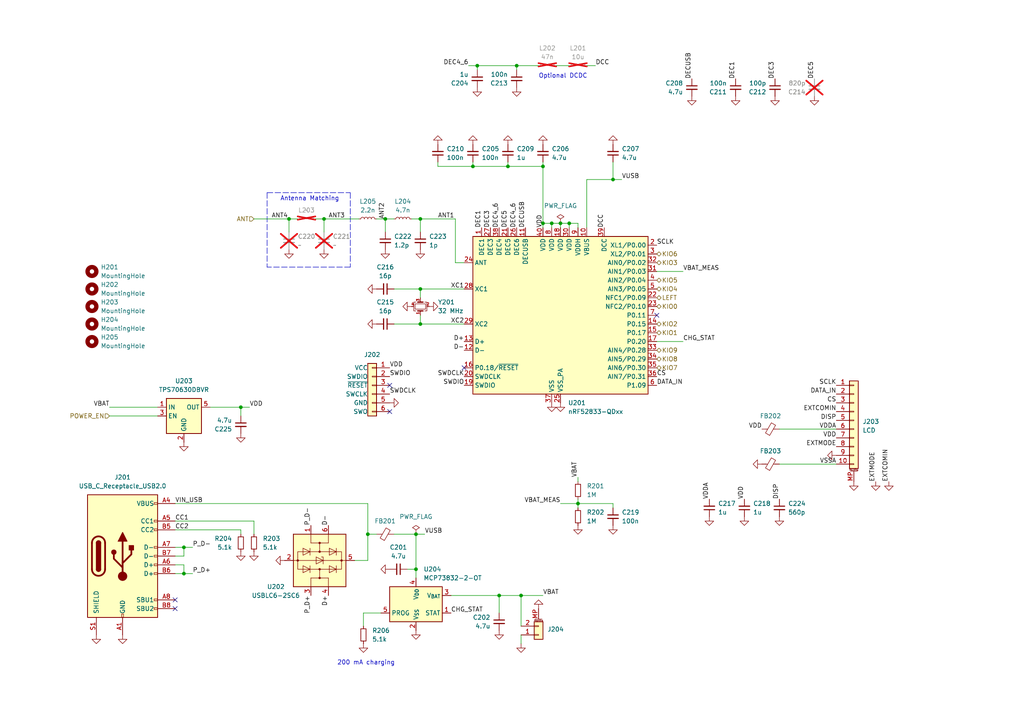
<source format=kicad_sch>
(kicad_sch (version 20230121) (generator eeschema)
  (paper "A4")
  (junction (at 93.98 63.5))
  (junction (at 157.48 64.77))
  (junction (at 69.85 118.11))
  (junction (at 151.13 172.72))
  (junction (at 121.92 63.5))
  (junction (at 120.65 165.1))
  (junction (at 138.43 19.05))
  (junction (at 177.8 52.07))
  (junction (at 147.32 48.26))
  (junction (at 106.68 154.94))
  (junction (at 167.64 146.05))
  (junction (at 121.92 93.98))
  (junction (at 149.86 19.05))
  (junction (at 83.82 63.5))
  (junction (at 160.02 64.77))
  (junction (at 165.1 64.77))
  (junction (at 53.34 166.37))
  (junction (at 53.34 158.75))
  (junction (at 144.78 172.72))
  (junction (at 111.76 63.5))
  (junction (at 162.56 64.77))
  (junction (at 120.65 154.94))
  (junction (at 137.16 48.26))
  (junction (at 121.92 83.82))
  (junction (at 157.48 48.26))
  (no_connect (at 50.8 176.53))
  (no_connect (at 113.03 111.76))
  (no_connect (at 190.5 91.44))
  (no_connect (at 50.8 173.99))
  (no_connect (at 113.03 119.38))
  (no_connect (at 134.62 106.68))
  (wire (pts (xy 177.8 46.99) (xy 177.8 52.07)))
  (wire (pts (xy 157.48 46.99) (xy 157.48 48.26)))
  (wire (pts (xy 53.34 166.37) (xy 50.8 166.37)))
  (polyline (pts (xy 77.47 55.88) (xy 77.47 77.47)) (stroke (width 0) (type dash)))
  (wire (pts (xy 162.56 146.05) (xy 167.64 146.05)))
  (wire (pts (xy 157.48 64.77) (xy 160.02 64.77)))
  (polyline (pts (xy 101.6 55.88) (xy 101.6 77.47)) (stroke (width 0) (type dash)))
  (wire (pts (xy 121.92 93.98) (xy 134.62 93.98)))
  (wire (pts (xy 114.3 83.82) (xy 121.92 83.82)))
  (wire (pts (xy 151.13 172.72) (xy 151.13 181.61)))
  (wire (pts (xy 132.08 63.5) (xy 132.08 76.2)))
  (wire (pts (xy 110.49 177.8) (xy 105.41 177.8)))
  (wire (pts (xy 137.16 48.26) (xy 147.32 48.26)))
  (wire (pts (xy 162.56 64.77) (xy 165.1 64.77)))
  (polyline (pts (xy 77.47 55.88) (xy 101.6 55.88)) (stroke (width 0) (type dash)))
  (wire (pts (xy 73.66 63.5) (xy 83.82 63.5)))
  (wire (pts (xy 121.92 83.82) (xy 121.92 86.36)))
  (wire (pts (xy 151.13 184.15) (xy 151.13 186.69)))
  (wire (pts (xy 160.02 64.77) (xy 160.02 66.04)))
  (wire (pts (xy 111.76 63.5) (xy 114.3 63.5)))
  (wire (pts (xy 119.38 63.5) (xy 121.92 63.5)))
  (wire (pts (xy 53.34 158.75) (xy 55.88 158.75)))
  (wire (pts (xy 73.66 151.13) (xy 73.66 154.94)))
  (wire (pts (xy 170.18 19.05) (xy 172.72 19.05)))
  (wire (pts (xy 167.64 146.05) (xy 177.8 146.05)))
  (wire (pts (xy 91.44 63.5) (xy 93.98 63.5)))
  (wire (pts (xy 114.3 93.98) (xy 121.92 93.98)))
  (wire (pts (xy 157.48 66.04) (xy 157.48 64.77)))
  (wire (pts (xy 149.86 19.05) (xy 156.21 19.05)))
  (wire (pts (xy 147.32 48.26) (xy 157.48 48.26)))
  (wire (pts (xy 60.96 118.11) (xy 69.85 118.11)))
  (wire (pts (xy 106.68 154.94) (xy 109.22 154.94)))
  (wire (pts (xy 167.64 146.05) (xy 167.64 147.32)))
  (wire (pts (xy 50.8 153.67) (xy 69.85 153.67)))
  (wire (pts (xy 50.8 151.13) (xy 73.66 151.13)))
  (wire (pts (xy 106.68 146.05) (xy 106.68 154.94)))
  (wire (pts (xy 137.16 46.99) (xy 137.16 48.26)))
  (wire (pts (xy 167.64 144.78) (xy 167.64 146.05)))
  (wire (pts (xy 69.85 118.11) (xy 72.39 118.11)))
  (wire (pts (xy 149.86 19.05) (xy 149.86 20.32)))
  (wire (pts (xy 127 46.99) (xy 127 48.26)))
  (wire (pts (xy 53.34 161.29) (xy 53.34 158.75)))
  (wire (pts (xy 121.92 63.5) (xy 132.08 63.5)))
  (wire (pts (xy 132.08 76.2) (xy 134.62 76.2)))
  (wire (pts (xy 121.92 83.82) (xy 134.62 83.82)))
  (wire (pts (xy 170.18 52.07) (xy 170.18 66.04)))
  (wire (pts (xy 105.41 177.8) (xy 105.41 181.61)))
  (wire (pts (xy 53.34 166.37) (xy 55.88 166.37)))
  (wire (pts (xy 50.8 146.05) (xy 106.68 146.05)))
  (wire (pts (xy 45.72 120.65) (xy 31.75 120.65)))
  (wire (pts (xy 135.89 19.05) (xy 138.43 19.05)))
  (wire (pts (xy 118.11 165.1) (xy 120.65 165.1)))
  (wire (pts (xy 167.64 64.77) (xy 167.64 66.04)))
  (wire (pts (xy 177.8 52.07) (xy 180.34 52.07)))
  (wire (pts (xy 93.98 63.5) (xy 93.98 67.31)))
  (wire (pts (xy 93.98 63.5) (xy 104.14 63.5)))
  (wire (pts (xy 226.06 124.46) (xy 242.57 124.46)))
  (wire (pts (xy 69.85 153.67) (xy 69.85 154.94)))
  (wire (pts (xy 53.34 158.75) (xy 50.8 158.75)))
  (wire (pts (xy 31.75 118.11) (xy 45.72 118.11)))
  (wire (pts (xy 102.87 162.56) (xy 106.68 162.56)))
  (wire (pts (xy 53.34 163.83) (xy 53.34 166.37)))
  (wire (pts (xy 138.43 19.05) (xy 149.86 19.05)))
  (wire (pts (xy 83.82 63.5) (xy 86.36 63.5)))
  (wire (pts (xy 151.13 172.72) (xy 157.48 172.72)))
  (wire (pts (xy 106.68 154.94) (xy 106.68 162.56)))
  (wire (pts (xy 120.65 154.94) (xy 120.65 165.1)))
  (wire (pts (xy 157.48 48.26) (xy 157.48 64.77)))
  (wire (pts (xy 120.65 165.1) (xy 120.65 167.64)))
  (wire (pts (xy 167.64 138.43) (xy 167.64 139.7)))
  (wire (pts (xy 111.76 63.5) (xy 111.76 67.31)))
  (wire (pts (xy 177.8 146.05) (xy 177.8 147.32)))
  (wire (pts (xy 161.29 19.05) (xy 165.1 19.05)))
  (wire (pts (xy 144.78 172.72) (xy 144.78 177.8)))
  (wire (pts (xy 162.56 64.77) (xy 162.56 66.04)))
  (wire (pts (xy 160.02 64.77) (xy 162.56 64.77)))
  (polyline (pts (xy 101.6 77.47) (xy 77.47 77.47)) (stroke (width 0) (type dash)))
  (wire (pts (xy 120.65 154.94) (xy 123.19 154.94)))
  (wire (pts (xy 69.85 118.11) (xy 69.85 120.65)))
  (wire (pts (xy 147.32 46.99) (xy 147.32 48.26)))
  (wire (pts (xy 226.06 134.62) (xy 242.57 134.62)))
  (wire (pts (xy 50.8 163.83) (xy 53.34 163.83)))
  (wire (pts (xy 121.92 63.5) (xy 121.92 67.31)))
  (wire (pts (xy 177.8 52.07) (xy 170.18 52.07)))
  (wire (pts (xy 114.3 154.94) (xy 120.65 154.94)))
  (wire (pts (xy 130.81 172.72) (xy 144.78 172.72)))
  (wire (pts (xy 50.8 161.29) (xy 53.34 161.29)))
  (wire (pts (xy 165.1 64.77) (xy 165.1 66.04)))
  (wire (pts (xy 83.82 63.5) (xy 83.82 67.31)))
  (wire (pts (xy 198.12 99.06) (xy 190.5 99.06)))
  (wire (pts (xy 138.43 19.05) (xy 138.43 20.32)))
  (wire (pts (xy 127 48.26) (xy 137.16 48.26)))
  (wire (pts (xy 109.22 63.5) (xy 111.76 63.5)))
  (wire (pts (xy 165.1 64.77) (xy 167.64 64.77)))
  (wire (pts (xy 144.78 172.72) (xy 151.13 172.72)))
  (wire (pts (xy 198.12 78.74) (xy 190.5 78.74)))
  (wire (pts (xy 121.92 91.44) (xy 121.92 93.98)))
  (text "200 mA charging" (at 97.79 193.04 0) (effects (font (size 1.27 1.27)) (justify left bottom)))
  (text "Antenna Matching" (at 81.28 58.42 0) (effects (font (size 1.27 1.27)) (justify left bottom)))
  (text "Optional DCDC" (at 156.21 22.86 0) (effects (font (size 1.27 1.27)) (justify left bottom)))
  (label "CC1" (at 50.8 151.13 0))
  (label "VUSB" (at 180.34 52.07 0))
  (label "SWDIO" (at 113.03 109.22 0))
  (label "DCC" (at 175.26 66.04 90))
  (label "DECUSB" (at 200.66 22.86 90))
  (label "EXTMODE" (at 242.57 129.54 180))
  (label "SWDCLK" (at 134.62 109.22 180))
  (label "D+" (at 134.62 99.06 180))
  (label "P_D+" (at 55.88 166.37 0))
  (label "VDD" (at 157.48 66.04 90))
  (label "EXTMODE" (at 254 139.7 90))
  (label "DISP" (at 226.06 144.78 90))
  (label "CS" (at 190.5 109.22 0))
  (label "CHG_STAT" (at 130.81 177.8 0))
  (label "VBAT" (at 167.64 138.43 90))
  (label "CS" (at 242.57 116.84 180))
  (label "EXTCOMIN" (at 257.81 139.7 90))
  (label "SCLK" (at 242.57 111.76 180))
  (label "SWDCLK" (at 113.03 114.3 0))
  (label "ANT3" (at 95.25 63.5 0))
  (label "VBAT_MEAS" (at 162.56 146.05 180))
  (label "VDDA" (at 242.57 124.46 180))
  (label "XC1" (at 134.62 83.82 180))
  (label "ANT2" (at 111.76 63.5 90))
  (label "D-" (at 134.62 101.6 180))
  (label "P_D+" (at 90.17 172.72 270))
  (label "VIN_USB" (at 50.8 146.05 0))
  (label "VDD" (at 215.9 144.78 90))
  (label "DEC3" (at 142.24 66.04 90))
  (label "SWDIO" (at 134.62 111.76 180))
  (label "DECUSB" (at 152.4 66.04 90))
  (label "CHG_STAT" (at 198.12 99.06 0))
  (label "DEC4_6" (at 144.78 66.04 90))
  (label "VBAT" (at 157.48 172.72 0))
  (label "DISP" (at 242.57 121.92 180))
  (label "VDD" (at 220.98 124.46 180))
  (label "DEC5" (at 147.32 66.04 90))
  (label "ANT1" (at 127 63.5 0))
  (label "DATA_IN" (at 242.57 114.3 180))
  (label "XC2" (at 134.62 93.98 180))
  (label "P_D-" (at 90.17 152.4 90))
  (label "VDD" (at 72.39 118.11 0))
  (label "DEC3" (at 224.79 22.86 90))
  (label "DEC4_6" (at 135.89 19.05 180))
  (label "VSSA" (at 242.57 134.62 180))
  (label "DCC" (at 172.72 19.05 0))
  (label "CC2" (at 50.8 153.67 0))
  (label "VDDA" (at 205.74 144.78 90))
  (label "D+" (at 95.25 172.72 270))
  (label "ANT4" (at 78.74 63.5 0))
  (label "DEC1" (at 139.7 66.04 90))
  (label "SCLK" (at 190.5 71.12 0))
  (label "DEC4_6" (at 149.86 66.04 90))
  (label "EXTCOMIN" (at 242.57 119.38 180))
  (label "VBAT" (at 31.75 118.11 180))
  (label "DATA_IN" (at 190.5 111.76 0))
  (label "D-" (at 95.25 152.4 90))
  (label "DEC1" (at 213.36 22.86 90))
  (label "VBAT_MEAS" (at 198.12 78.74 0))
  (label "VUSB" (at 123.19 154.94 0))
  (label "P_D-" (at 55.88 158.75 0))
  (label "VDD" (at 113.03 106.68 0))
  (label "DEC5" (at 236.22 22.86 90))
  (label "VDD" (at 242.57 127 180))
  (hierarchical_label "KIO1" (shape bidirectional) (at 190.5 96.52 0))
  (hierarchical_label "KIO5" (shape bidirectional) (at 190.5 81.28 0))
  (hierarchical_label "KIO6" (shape bidirectional) (at 190.5 73.66 0))
  (hierarchical_label "KIO7" (shape bidirectional) (at 190.5 106.68 0))
  (hierarchical_label "KIO9" (shape bidirectional) (at 190.5 101.6 0))
  (hierarchical_label "KIO0" (shape bidirectional) (at 190.5 88.9 0))
  (hierarchical_label "KIO4" (shape bidirectional) (at 190.5 83.82 0))
  (hierarchical_label "POWER_EN" (shape input) (at 31.75 120.65 180))
  (hierarchical_label "LEFT" (shape bidirectional) (at 190.5 86.36 0))
  (hierarchical_label "KIO3" (shape bidirectional) (at 190.5 76.2 0))
  (hierarchical_label "KIO8" (shape bidirectional) (at 190.5 104.14 0))
  (hierarchical_label "ANT" (shape input) (at 73.66 63.5 180))
  (hierarchical_label "KIO2" (shape bidirectional) (at 190.5 93.98 0))
  (symbol (lib_id "Connector:USB_C_Receptacle_USB2.0") (at 35.56 161.29 0) (unit 1)
    (property "Reference" "J201" (at 35.56 138.43 0))
    (property "Value" "USB_C_Receptacle_USB2.0" (at 35.56 140.97 0))
    (property "Footprint" "connectors:USB_C_Receptacle_USB4105" (effects hide))
    (property "Datasheet" "https://www.usb.org/sites/default/files/documents/usb_type-c.zip" (effects hide))
    (property "MFPN" "USB4105 or TYPE-C-31-M-12" (effects hide))
    (property "LCSC" "C165948" (effects hide))
    (instances (project "crkbd-shockburst" (path "" (reference "J201") (unit 1)) (path "" (reference "J502") (unit 1))))
  )
  (symbol (lib_id "power:GND") (at 113.03 116.84 90) (unit 1)
    (property "Reference" "#PWR0236" (effects hide))
    (property "Value" "GND" (effects hide))
    (instances (project "crkbd-shockburst" (path "" (reference "#PWR0236") (unit 1)) (path "" (reference "#PWR0524") (unit 1))))
  )
  (symbol (lib_id "Device:C_Small") (at 83.82 69.85 0) (mirror y) (unit 1) (dnp yes)
    (property "Reference" "C220" (at 86.36 68.5863 0) (effects (justify right)))
    (property "Value" "~" (at 86.36 71.1263 0) (effects (justify right)))
    (property "Footprint" "passive:C_0402" (effects hide))
    (instances (project "crkbd-shockburst" (path "" (reference "C220") (unit 1)) (path "" (reference "C513") (unit 1))))
  )
  (symbol (lib_id "Device:C_Small") (at 69.85 123.19 0) (unit 1)
    (property "Reference" "C225" (at 67.31 124.4664 0) (effects (justify right)))
    (property "Value" "4.7u" (at 67.31 121.9264 0) (effects (justify right)))
    (property "Footprint" "passive:C_0603" (effects hide))
    (property "MFPN" "C0603B475K010T" (effects hide))
    (property "Specification" "10V,X5R" (effects hide))
    (property "LCSC" "C961503" (effects hide))
    (instances (project "crkbd-shockburst" (path "" (reference "C225") (unit 1)) (path "" (reference "C525") (unit 1))))
  )
  (symbol (lib_id "Mechanical:MountingHole") (at 26.67 83.82 0) (unit 1) (in_bom no)
    (property "Reference" "H202" (at 29.21 82.55 0) (effects (justify left)))
    (property "Value" "MountingHole" (at 29.21 85.09 0) (effects (justify left)))
    (property "Footprint" "MountingHole:MountingHole_4.3mm_M4" (effects hide))
    (instances (project "crkbd-shockburst" (path "" (reference "H202") (unit 1)) (path "" (reference "H502") (unit 1))))
  )
  (symbol (lib_id "power:GND") (at 151.13 186.69 0) (unit 1)
    (property "Reference" "#PWR0212" (effects hide))
    (property "Value" "GND" (effects hide))
    (instances (project "crkbd-shockburst" (path "" (reference "#PWR0212") (unit 1)) (path "" (reference "#PWR0541") (unit 1))))
  )
  (symbol (lib_id "power:GND") (at 160.02 116.84 0) (unit 1)
    (property "Reference" "#PWR0201" (effects hide))
    (property "Value" "GND" (effects hide))
    (instances (project "crkbd-shockburst" (path "" (reference "#PWR0201") (unit 1)) (path "" (reference "#PWR0525") (unit 1))))
  )
  (symbol (lib_id "Device:FerriteBead_Small") (at 111.76 154.94 90) (unit 1)
    (property "Reference" "FB201" (at 111.7219 151.13 90))
    (property "Value" "FerriteBead_Small" (effects hide))
    (property "Footprint" "passive:R_0603" (effects hide))
    (property "MFPN" "MMZ1608Y152BTA00" (effects hide))
    (property "Specification" "600 ohm @ 100 MHz" (effects hide))
    (property "LCSC" "C275454" (effects hide))
    (instances (project "crkbd-shockburst" (path "" (reference "FB201") (unit 1)) (path "" (reference "FB501") (unit 1))))
  )
  (symbol (lib_id "Regulator_Linear:TPS7A0533PDBV") (at 53.34 120.65 0) (unit 1)
    (property "Reference" "U203" (at 53.34 110.49 0))
    (property "Value" "TPS70630DBVR" (at 53.34 113.03 0))
    (property "Footprint" "Package_TO_SOT_SMD:SOT-23-5" (effects hide))
    (property "Datasheet" "https://www.ti.com/lit/ds/symlink/tps7a05.pdf" (effects hide))
    (property "MFPN" "TPS70630DBVR" (effects hide))
    (property "LCSC" "C2859817" (effects hide))
    (instances (project "crkbd-shockburst" (path "" (reference "U203") (unit 1)) (path "" (reference "U504") (unit 1))))
  )
  (symbol (lib_id "Device:C_Small") (at 111.76 83.82 270) (mirror x) (unit 1)
    (property "Reference" "C216" (at 111.7536 77.47 90))
    (property "Value" "16p" (at 111.7536 80.01 90))
    (property "Footprint" "passive:C_0402" (effects hide))
    (property "MFPN" "SH15N150J500CT" (effects hide))
    (property "Specification" "50V,C0G" (effects hide))
    (property "LCSC" "C396888" (effects hide))
    (instances (project "crkbd-shockburst" (path "" (reference "C216") (unit 1)) (path "" (reference "C517") (unit 1))))
  )
  (symbol (lib_id "Device:C_Small") (at 224.79 25.4 0) (mirror y) (unit 1)
    (property "Reference" "C212" (at 222.25 26.6764 0) (effects (justify left)))
    (property "Value" "100p" (at 222.25 24.1364 0) (effects (justify left)))
    (property "Footprint" "passive:C_0402" (effects hide))
    (property "MFPN" "MG15N101J500CT" (effects hide))
    (property "Specification" "50V,C0G" (effects hide))
    (property "LCSC" "C327785" (effects hide))
    (instances (project "crkbd-shockburst" (path "" (reference "C212") (unit 1)) (path "" (reference "C505") (unit 1))))
  )
  (symbol (lib_id "Device:L_Small") (at 106.68 63.5 90) (unit 1)
    (property "Reference" "L205" (at 106.68 58.42 90))
    (property "Value" "2.2n" (at 106.68 60.96 90))
    (property "Footprint" "passive:R_0402" (effects hide))
    (property "MFPN" "SDCL1005C2N2CTDF" (effects hide))
    (property "LCSC" "C918998" (effects hide))
    (instances (project "crkbd-shockburst" (path "" (reference "L205") (unit 1)) (path "" (reference "L504") (unit 1))))
  )
  (symbol (lib_id "power:GND") (at 83.82 72.39 0) (unit 1)
    (property "Reference" "#PWR0239" (effects hide))
    (property "Value" "GND" (effects hide))
    (instances (project "crkbd-shockburst" (path "" (reference "#PWR0239") (unit 1)) (path "" (reference "#PWR0515") (unit 1))))
  )
  (symbol (lib_id "Device:C_Small") (at 111.76 93.98 270) (mirror x) (unit 1)
    (property "Reference" "C215" (at 111.7536 87.63 90))
    (property "Value" "16p" (at 111.7536 90.17 90))
    (property "Footprint" "passive:C_0402" (effects hide))
    (property "MFPN" "SH15N150J500CT" (effects hide))
    (property "Specification" "50V,C0G" (effects hide))
    (property "LCSC" "C396888" (effects hide))
    (instances (project "crkbd-shockburst" (path "" (reference "C215") (unit 1)) (path "" (reference "C518") (unit 1))))
  )
  (symbol (lib_id "power:GND") (at 177.8 41.91 180) (unit 1)
    (property "Reference" "#PWR0218" (effects hide))
    (property "Value" "GND" (effects hide))
    (instances (project "crkbd-shockburst" (path "" (reference "#PWR0218") (unit 1)) (path "" (reference "#PWR0512") (unit 1))))
  )
  (symbol (lib_id "power:GND") (at 220.98 134.62 270) (unit 1)
    (property "Reference" "#PWR0207" (effects hide))
    (property "Value" "GND" (effects hide))
    (instances (project "crkbd-shockburst" (path "" (reference "#PWR0207") (unit 1)) (path "" (reference "#PWR0514") (unit 1))))
  )
  (symbol (lib_id "Mechanical:MountingHole") (at 26.67 99.06 0) (unit 1) (in_bom no)
    (property "Reference" "H205" (at 29.21 97.79 0) (effects (justify left)))
    (property "Value" "MountingHole" (at 29.21 100.33 0) (effects (justify left)))
    (property "Footprint" "MountingHole:MountingHole_4.3mm_M4" (effects hide))
    (instances (project "crkbd-shockburst" (path "" (reference "H205") (unit 1)) (path "" (reference "H505") (unit 1))))
  )
  (symbol (lib_id "power:GND") (at 35.56 184.15 0) (unit 1)
    (property "Reference" "#PWR0204" (effects hide))
    (property "Value" "GND" (effects hide))
    (instances (project "crkbd-shockburst" (path "" (reference "#PWR0204") (unit 1)) (path "" (reference "#PWR0539") (unit 1))))
  )
  (symbol (lib_id "power:GND") (at 200.66 27.94 0) (unit 1)
    (property "Reference" "#PWR0219" (effects hide))
    (property "Value" "GND" (effects hide))
    (instances (project "crkbd-shockburst" (path "" (reference "#PWR0219") (unit 1)) (path "" (reference "#PWR0503") (unit 1))))
  )
  (symbol (lib_id "power:GND") (at 177.8 152.4 0) (unit 1)
    (property "Reference" "#PWR0234" (effects hide))
    (property "Value" "GND" (effects hide))
    (instances (project "crkbd-shockburst" (path "" (reference "#PWR0234") (unit 1)) (path "" (reference "#PWR0529") (unit 1))))
  )
  (symbol (lib_id "Device:L_Small") (at 116.84 63.5 90) (unit 1)
    (property "Reference" "L204" (at 116.84 58.42 90))
    (property "Value" "4.7n" (at 116.84 60.96 90))
    (property "Footprint" "passive:R_0402" (effects hide))
    (property "MFPN" "HCI1005LF-4N7S-MS8" (effects hide))
    (property "LCSC" "C304335" (effects hide))
    (instances (project "crkbd-shockburst" (path "" (reference "L204") (unit 1)) (path "" (reference "L505") (unit 1))))
  )
  (symbol (lib_id "power:GND") (at 157.48 41.91 180) (unit 1)
    (property "Reference" "#PWR0217" (effects hide))
    (property "Value" "GND" (effects hide))
    (instances (project "crkbd-shockburst" (path "" (reference "#PWR0217") (unit 1)) (path "" (reference "#PWR0511") (unit 1))))
  )
  (symbol (lib_id "power:GND") (at 111.76 72.39 0) (unit 1)
    (property "Reference" "#PWR0240" (effects hide))
    (property "Value" "GND" (effects hide))
    (instances (project "crkbd-shockburst" (path "" (reference "#PWR0240") (unit 1)) (path "" (reference "#PWR0517") (unit 1))))
  )
  (symbol (lib_id "power:GND") (at 167.64 152.4 0) (unit 1)
    (property "Reference" "#PWR0233" (effects hide))
    (property "Value" "GND" (effects hide))
    (instances (project "crkbd-shockburst" (path "" (reference "#PWR0233") (unit 1)) (path "" (reference "#PWR0528") (unit 1))))
  )
  (symbol (lib_id "power:GND") (at 254 139.7 0) (unit 1)
    (property "Reference" "#PWR0228" (effects hide))
    (property "Value" "GND" (effects hide))
    (instances (project "crkbd-shockburst" (path "" (reference "#PWR0228") (unit 1)) (path "" (reference "#PWR0530") (unit 1))))
  )
  (symbol (lib_id "power:GND") (at 69.85 160.02 0) (unit 1)
    (property "Reference" "#PWR0230" (effects hide))
    (property "Value" "GND" (effects hide))
    (instances (project "crkbd-shockburst" (path "" (reference "#PWR0230") (unit 1)) (path "" (reference "#PWR0531") (unit 1))))
  )
  (symbol (lib_id "Device:R_Small") (at 167.64 149.86 0) (unit 1)
    (property "Reference" "R202" (at 170.18 148.59 0) (effects (justify left)))
    (property "Value" "1M" (at 170.18 151.13 0) (effects (justify left)))
    (property "Footprint" "passive:R_0402" (effects hide))
    (property "MFPN" "HPCR0402F1M00K9" (effects hide))
    (property "Specification" "1%" (effects hide))
    (property "LCSC" "C364860" (effects hide))
    (instances (project "crkbd-shockburst" (path "" (reference "R202") (unit 1)) (path "" (reference "R503") (unit 1))))
  )
  (symbol (lib_id "Device:R_Small") (at 69.85 157.48 180) (unit 1)
    (property "Reference" "R204" (at 67.31 156.21 0) (effects (justify left)))
    (property "Value" "5.1k" (at 67.31 158.75 0) (effects (justify left)))
    (property "Footprint" "passive:R_0402" (effects hide))
    (property "MFPN" "RM04JTN512" (effects hide))
    (property "Specification" "5%" (effects hide))
    (property "LCSC" "C188116" (effects hide))
    (instances (project "crkbd-shockburst" (path "" (reference "R204") (unit 1)) (path "" (reference "R504") (unit 1))))
  )
  (symbol (lib_id "power:GND") (at 247.65 139.7 0) (unit 1)
    (property "Reference" "#PWR0206" (effects hide))
    (property "Value" "GND" (effects hide))
    (instances (project "crkbd-shockburst" (path "" (reference "#PWR0206") (unit 1)) (path "" (reference "#PWR0513") (unit 1))))
  )
  (symbol (lib_id "Device:R_Small") (at 167.64 142.24 0) (unit 1)
    (property "Reference" "R201" (at 170.18 140.97 0) (effects (justify left)))
    (property "Value" "1M" (at 170.18 143.51 0) (effects (justify left)))
    (property "Footprint" "passive:R_0402" (effects hide))
    (property "MFPN" "HPCR0402F1M00K9" (effects hide))
    (property "Specification" "1%" (effects hide))
    (property "LCSC" "C364860" (effects hide))
    (instances (project "crkbd-shockburst" (path "" (reference "R201") (unit 1)) (path "" (reference "R502") (unit 1))))
  )
  (symbol (lib_id "Device:Crystal_GND24_Small") (at 121.92 88.9 90) (unit 1)
    (property "Reference" "Y201" (at 127 87.63 90) (effects (justify right)))
    (property "Value" "32 MHz" (at 127 90.17 90) (effects (justify right)))
    (property "Footprint" "crystals:Crystal_4Pin_2.0x1.6mm" (effects hide))
    (property "MFPN" "7D032000H01" (effects hide))
    (property "Specification" "32MHz 9pF ±10ppm" (effects hide))
    (property "LCSC" "C648961" (effects hide))
    (instances (project "crkbd-shockburst" (path "" (reference "Y201") (unit 1)) (path "" (reference "Y501") (unit 1))))
  )
  (symbol (lib_id "power:GND") (at 144.78 182.88 0) (unit 1)
    (property "Reference" "#PWR0213" (effects hide))
    (property "Value" "GND" (effects hide))
    (instances (project "crkbd-shockburst" (path "" (reference "#PWR0213") (unit 1)) (path "" (reference "#PWR0537") (unit 1))))
  )
  (symbol (lib_id "Connector_Generic_MountingPin:Conn_01x02_MountingPin") (at 156.21 184.15 0) (mirror x) (unit 1)
    (property "Reference" "J204" (at 158.75 182.5244 0) (effects (justify left)))
    (property "Value" "Conn_01x02_MountingPin" (effects hide))
    (property "Footprint" "Connector_JST:JST_SH_SM02B-SRSS-TB_1x02-1MP_P1.00mm_Horizontal" (effects hide))
    (instances (project "crkbd-shockburst" (path "" (reference "J204") (unit 1)) (path "" (reference "J504") (unit 1))))
  )
  (symbol (lib_id "power:GND") (at 69.85 125.73 0) (unit 1)
    (property "Reference" "#PWR0237" (effects hide))
    (property "Value" "GND" (effects hide))
    (instances (project "crkbd-shockburst" (path "" (reference "#PWR0237") (unit 1)) (path "" (reference "#PWR0544") (unit 1))))
  )
  (symbol (lib_id "power:PWR_FLAG") (at 162.56 64.77 0) (unit 1)
    (property "Reference" "#FLG0202" (effects hide))
    (property "Value" "PWR_FLAG" (at 162.56 59.69 0))
    (instances (project "crkbd-shockburst" (path "" (reference "#FLG0202") (unit 1)) (path "" (reference "#FLG0501") (unit 1))))
  )
  (symbol (lib_id "power:GND") (at 124.46 88.9 90) (unit 1)
    (property "Reference" "#PWR02" (effects hide))
    (property "Value" "GND" (effects hide))
    (instances (project "crkbd-shockburst" (path "" (reference "#PWR02") (unit 1)) (path "" (reference "#PWR0522") (unit 1))))
  )
  (symbol (lib_id "Device:C_Small") (at 236.22 25.4 0) (mirror y) (unit 1) (dnp yes)
    (property "Reference" "C214" (at 233.68 26.6764 0) (effects (justify left)))
    (property "Value" "820p" (at 233.68 24.1364 0) (effects (justify left)))
    (property "Footprint" "passive:C_0402" (effects hide))
    (property "MFPN" "C1005X7R821KGTS" (effects hide))
    (property "Specification" "50V,C0G" (effects hide))
    (property "LCSC" "C147541" (effects hide))
    (instances (project "crkbd-shockburst" (path "" (reference "C214") (unit 1)) (path "" (reference "C506") (unit 1))))
  )
  (symbol (lib_id "Device:FerriteBead_Small") (at 223.52 124.46 90) (unit 1)
    (property "Reference" "FB202" (at 223.4819 120.65 90))
    (property "Value" "FerriteBead_Small" (effects hide))
    (property "Footprint" "passive:R_0603" (effects hide))
    (property "MFPN" "MMZ1608Y152BTA00" (effects hide))
    (property "Specification" "600 ohm @ 100 MHz" (effects hide))
    (property "LCSC" "C275454" (effects hide))
    (instances (project "crkbd-shockburst" (path "" (reference "FB202") (unit 1)) (path "" (reference "FB502") (unit 1))))
  )
  (symbol (lib_id "Device:C_Small") (at 205.74 147.32 180) (unit 1)
    (property "Reference" "C217" (at 208.28 146.0436 0) (effects (justify right)))
    (property "Value" "1u" (at 208.28 148.5836 0) (effects (justify right)))
    (property "Footprint" "passive:C_0402" (effects hide))
    (property "MFPN" "FS15B105K6R3PNG" (effects hide))
    (property "Specification" "6.3V,X5R" (effects hide))
    (property "LCSC" "C525327" (effects hide))
    (instances (project "crkbd-shockburst" (path "" (reference "C217") (unit 1)) (path "" (reference "C522") (unit 1))))
  )
  (symbol (lib_id "power:GND") (at 82.55 162.56 270) (unit 1)
    (property "Reference" "#PWR0205" (effects hide))
    (property "Value" "GND" (effects hide))
    (instances (project "crkbd-shockburst" (path "" (reference "#PWR0205") (unit 1)) (path "" (reference "#PWR0533") (unit 1))))
  )
  (symbol (lib_id "Device:C_Small") (at 215.9 147.32 180) (unit 1)
    (property "Reference" "C218" (at 218.44 146.0436 0) (effects (justify right)))
    (property "Value" "1u" (at 218.44 148.5836 0) (effects (justify right)))
    (property "Footprint" "passive:C_0402" (effects hide))
    (property "MFPN" "FS15B105K6R3PNG" (effects hide))
    (property "Specification" "6.3V,X5R" (effects hide))
    (property "LCSC" "C525327" (effects hide))
    (instances (project "crkbd-shockburst" (path "" (reference "C218") (unit 1)) (path "" (reference "C523") (unit 1))))
  )
  (symbol (lib_id "Device:C_Small") (at 226.06 147.32 0) (mirror y) (unit 1)
    (property "Reference" "C224" (at 228.6 146.0563 0) (effects (justify right)))
    (property "Value" "560p" (at 228.6 148.5963 0) (effects (justify right)))
    (property "Footprint" "passive:C_0402" (effects hide))
    (property "MFPN" "FN15X561K500PNG" (effects hide))
    (property "Specification" "50V,X7R" (effects hide))
    (property "LCSC" "C363544" (effects hide))
    (instances (project "crkbd-shockburst" (path "" (reference "C224") (unit 1)) (path "" (reference "C524") (unit 1))))
  )
  (symbol (lib_id "Device:C_Small") (at 147.32 44.45 180) (unit 1)
    (property "Reference" "C209" (at 149.86 43.1736 0) (effects (justify right)))
    (property "Value" "1u" (at 149.86 45.7136 0) (effects (justify right)))
    (property "Footprint" "passive:C_0402" (effects hide))
    (property "MFPN" "FS15B105K6R3PNG" (effects hide))
    (property "Specification" "6.3V,X5R" (effects hide))
    (property "LCSC" "C525327" (effects hide))
    (instances (project "crkbd-shockburst" (path "" (reference "C209") (unit 1)) (path "" (reference "C509") (unit 1))))
  )
  (symbol (lib_id "power:GND") (at 53.34 128.27 0) (unit 1)
    (property "Reference" "#PWR0243" (effects hide))
    (property "Value" "GND" (effects hide))
    (instances (project "crkbd-shockburst" (path "" (reference "#PWR0243") (unit 1)) (path "" (reference "#PWR0545") (unit 1))))
  )
  (symbol (lib_id "power:GND") (at 149.86 25.4 0) (unit 1)
    (property "Reference" "#PWR0224" (effects hide))
    (property "Value" "GND" (effects hide))
    (instances (project "crkbd-shockburst" (path "" (reference "#PWR0224") (unit 1)) (path "" (reference "#PWR0502") (unit 1))))
  )
  (symbol (lib_id "power:GND") (at 27.94 184.15 0) (unit 1)
    (property "Reference" "#PWR0203" (effects hide))
    (property "Value" "GND" (effects hide))
    (instances (project "crkbd-shockburst" (path "" (reference "#PWR0203") (unit 1)) (path "" (reference "#PWR0538") (unit 1))))
  )
  (symbol (lib_id "Device:C_Small") (at 137.16 44.45 180) (unit 1)
    (property "Reference" "C205" (at 139.7 43.1736 0) (effects (justify right)))
    (property "Value" "100n" (at 139.7 45.7136 0) (effects (justify right)))
    (property "Footprint" "passive:C_0402" (effects hide))
    (property "MFPN" "FN15B104K160PNG" (effects hide))
    (property "Specification" "16V,X5R" (effects hide))
    (property "LCSC" "C2874742" (effects hide))
    (instances (project "crkbd-shockburst" (path "" (reference "C205") (unit 1)) (path "" (reference "C508") (unit 1))))
  )
  (symbol (lib_id "Device:L_Small") (at 158.75 19.05 90) (unit 1) (dnp yes)
    (property "Reference" "L202" (at 158.75 13.97 90))
    (property "Value" "47n" (at 158.75 16.51 90))
    (property "Footprint" "passive:R_0402" (effects hide))
    (property "Specification" "50 mA min." (effects hide))
    (instances (project "crkbd-shockburst" (path "" (reference "L202") (unit 1)) (path "" (reference "L501") (unit 1))))
  )
  (symbol (lib_id "power:GND") (at 93.98 72.39 0) (unit 1)
    (property "Reference" "#PWR0238" (effects hide))
    (property "Value" "GND" (effects hide))
    (instances (project "crkbd-shockburst" (path "" (reference "#PWR0238") (unit 1)) (path "" (reference "#PWR0516") (unit 1))))
  )
  (symbol (lib_id "Battery_Management:MCP73832-2-OT") (at 120.65 175.26 0) (unit 1)
    (property "Reference" "U204" (at 122.8441 165.1 0) (effects (justify left)))
    (property "Value" "MCP73832-2-OT" (at 122.8441 167.64 0) (effects (justify left)))
    (property "Footprint" "Package_TO_SOT_SMD:SOT-23-5" (effects hide))
    (property "Datasheet" "http://ww1.microchip.com/downloads/en/DeviceDoc/20001984g.pdf" (effects hide))
    (property "MFPN" "MCP73832T-2ACI/OT" (effects hide))
    (property "LCSC" "C38066" (effects hide))
    (instances (project "crkbd-shockburst" (path "" (reference "U204") (unit 1)) (path "" (reference "U503") (unit 1))))
  )
  (symbol (lib_id "nordic_mcu:nRF52833-QDxx") (at 162.56 91.44 0) (unit 1)
    (property "Reference" "U201" (at 164.7541 116.84 0) (effects (justify left)))
    (property "Value" "nRF52833-QDxx" (at 164.7541 119.38 0) (effects (justify left)))
    (property "Footprint" "Package_DFN_QFN:QFN-40-1EP_5x5mm_P0.4mm_EP3.6x3.6mm" (effects hide))
    (property "Datasheet" "https://infocenter.nordicsemi.com/pdf/nRF52833_PS_v1.5.pdf" (effects hide))
    (property "MFPN" "nRF52833-QDAA" (effects hide))
    (property "LCSC" "C2895249 or C3007767" (effects hide))
    (instances (project "crkbd-shockburst" (path "" (reference "U201") (unit 1)) (path "" (reference "U501") (unit 1))))
  )
  (symbol (lib_id "power:GND") (at 113.03 165.1 270) (unit 1)
    (property "Reference" "#PWR0210" (effects hide))
    (property "Value" "GND" (effects hide))
    (instances (project "crkbd-shockburst" (path "" (reference "#PWR0210") (unit 1)) (path "" (reference "#PWR0534") (unit 1))))
  )
  (symbol (lib_id "Device:C_Small") (at 121.92 69.85 0) (mirror y) (unit 1)
    (property "Reference" "C223" (at 124.46 68.5863 0) (effects (justify right)))
    (property "Value" "1p" (at 124.46 71.1263 0) (effects (justify right)))
    (property "Footprint" "passive:C_0402" (effects hide))
    (property "MFPN" "FN15N1R0C500PNG" (effects hide))
    (property "Specification" "50V,C0G" (effects hide))
    (property "LCSC" "C363513" (effects hide))
    (instances (project "crkbd-shockburst" (path "" (reference "C223") (unit 1)) (path "" (reference "C516") (unit 1))))
  )
  (symbol (lib_id "power:GND") (at 109.22 83.82 270) (unit 1)
    (property "Reference" "#PWR0227" (effects hide))
    (property "Value" "GND" (effects hide))
    (instances (project "crkbd-shockburst" (path "" (reference "#PWR0227") (unit 1)) (path "" (reference "#PWR0519") (unit 1))))
  )
  (symbol (lib_id "power:GND") (at 213.36 27.94 0) (unit 1)
    (property "Reference" "#PWR0222" (effects hide))
    (property "Value" "GND" (effects hide))
    (instances (project "crkbd-shockburst" (path "" (reference "#PWR0222") (unit 1)) (path "" (reference "#PWR0504") (unit 1))))
  )
  (symbol (lib_id "Device:C_Small") (at 177.8 44.45 180) (unit 1)
    (property "Reference" "C207" (at 180.34 43.1736 0) (effects (justify right)))
    (property "Value" "4.7u" (at 180.34 45.7136 0) (effects (justify right)))
    (property "Footprint" "passive:C_0603" (effects hide))
    (property "MFPN" "C0603B475K010T" (effects hide))
    (property "Specification" "10V,X5R" (effects hide))
    (property "LCSC" "C961503" (effects hide))
    (instances (project "crkbd-shockburst" (path "" (reference "C207") (unit 1)) (path "" (reference "C512") (unit 1))))
  )
  (symbol (lib_id "power:GND") (at 73.66 160.02 0) (unit 1)
    (property "Reference" "#PWR0231" (effects hide))
    (property "Value" "GND" (effects hide))
    (instances (project "crkbd-shockburst" (path "" (reference "#PWR0231") (unit 1)) (path "" (reference "#PWR0532") (unit 1))))
  )
  (symbol (lib_id "Device:C_Small") (at 213.36 25.4 0) (mirror y) (unit 1)
    (property "Reference" "C211" (at 210.82 26.6764 0) (effects (justify left)))
    (property "Value" "100n" (at 210.82 24.1364 0) (effects (justify left)))
    (property "Footprint" "passive:C_0402" (effects hide))
    (property "MFPN" "FN15B104K160PNG" (effects hide))
    (property "Specification" "16V,X5R" (effects hide))
    (property "LCSC" "C2874742" (effects hide))
    (instances (project "crkbd-shockburst" (path "" (reference "C211") (unit 1)) (path "" (reference "C504") (unit 1))))
  )
  (symbol (lib_id "connectors:tag-connect-swd") (at 107.95 111.76 0) (mirror y) (unit 1) (in_bom no)
    (property "Reference" "J202" (at 107.95 102.87 0))
    (property "Value" "tag-connect-swd" (effects hide))
    (property "Footprint" "Connector:Tag-Connect_TC2030-IDC-NL_2x03_P1.27mm_Vertical" (effects hide))
    (instances (project "crkbd-shockburst" (path "" (reference "J202") (unit 1)) (path "" (reference "J501") (unit 1))))
  )
  (symbol (lib_id "power:GND") (at 121.92 72.39 0) (unit 1)
    (property "Reference" "#PWR0241" (effects hide))
    (property "Value" "GND" (effects hide))
    (instances (project "crkbd-shockburst" (path "" (reference "#PWR0241") (unit 1)) (path "" (reference "#PWR0518") (unit 1))))
  )
  (symbol (lib_id "Device:C_Small") (at 177.8 149.86 0) (mirror y) (unit 1)
    (property "Reference" "C219" (at 180.34 148.5963 0) (effects (justify right)))
    (property "Value" "100n" (at 180.34 151.1363 0) (effects (justify right)))
    (property "Footprint" "passive:C_0402" (effects hide))
    (property "MFPN" "FN15B104K160PNG" (effects hide))
    (property "Specification" "16V,X5R" (effects hide))
    (property "LCSC" "C2874742" (effects hide))
    (instances (project "crkbd-shockburst" (path "" (reference "C219") (unit 1)) (path "" (reference "C519") (unit 1))))
  )
  (symbol (lib_id "power:GND") (at 119.38 88.9 270) (unit 1)
    (property "Reference" "#PWR01" (effects hide))
    (property "Value" "GND" (effects hide))
    (instances (project "crkbd-shockburst" (path "" (reference "#PWR01") (unit 1)) (path "" (reference "#PWR0521") (unit 1))))
  )
  (symbol (lib_id "power:GND") (at 242.57 132.08 270) (unit 1)
    (property "Reference" "#PWR0208" (effects hide))
    (property "Value" "GND" (effects hide))
    (instances (project "crkbd-shockburst" (path "" (reference "#PWR0208") (unit 1)) (path "" (reference "#PWR0520") (unit 1))))
  )
  (symbol (lib_id "Device:C_Small") (at 157.48 44.45 180) (unit 1)
    (property "Reference" "C206" (at 160.02 43.1736 0) (effects (justify right)))
    (property "Value" "4.7u" (at 160.02 45.7136 0) (effects (justify right)))
    (property "Footprint" "passive:C_0603" (effects hide))
    (property "MFPN" "C0603B475K010T" (effects hide))
    (property "Specification" "10V,X5R" (effects hide))
    (property "LCSC" "C961503" (effects hide))
    (instances (project "crkbd-shockburst" (path "" (reference "C206") (unit 1)) (path "" (reference "C511") (unit 1))))
  )
  (symbol (lib_id "Mechanical:MountingHole") (at 26.67 78.74 0) (unit 1) (in_bom no)
    (property "Reference" "H201" (at 29.21 77.47 0) (effects (justify left)))
    (property "Value" "MountingHole" (at 29.21 80.01 0) (effects (justify left)))
    (property "Footprint" "MountingHole:MountingHole_4.3mm_M4" (effects hide))
    (instances (project "crkbd-shockburst" (path "" (reference "H201") (unit 1)) (path "" (reference "H501") (unit 1))))
  )
  (symbol (lib_id "power:GND") (at 120.65 182.88 0) (unit 1)
    (property "Reference" "#PWR0211" (effects hide))
    (property "Value" "GND" (effects hide))
    (instances (project "crkbd-shockburst" (path "" (reference "#PWR0211") (unit 1)) (path "" (reference "#PWR0536") (unit 1))))
  )
  (symbol (lib_id "Mechanical:MountingHole") (at 26.67 88.9 0) (unit 1) (in_bom no)
    (property "Reference" "H203" (at 29.21 87.63 0) (effects (justify left)))
    (property "Value" "MountingHole" (at 29.21 90.17 0) (effects (justify left)))
    (property "Footprint" "MountingHole:MountingHole_4.3mm_M4" (effects hide))
    (instances (project "crkbd-shockburst" (path "" (reference "H203") (unit 1)) (path "" (reference "H503") (unit 1))))
  )
  (symbol (lib_id "power:GND") (at 226.06 149.86 0) (unit 1)
    (property "Reference" "#PWR0235" (effects hide))
    (property "Value" "GND" (effects hide))
    (instances (project "crkbd-shockburst" (path "" (reference "#PWR0235") (unit 1)) (path "" (reference "#PWR0543") (unit 1))))
  )
  (symbol (lib_id "power:GND") (at 156.21 176.53 180) (unit 1)
    (property "Reference" "#PWR0214" (effects hide))
    (property "Value" "GND" (effects hide))
    (instances (project "crkbd-shockburst" (path "" (reference "#PWR0214") (unit 1)) (path "" (reference "#PWR0510") (unit 1))))
  )
  (symbol (lib_id "Device:L_Small") (at 167.64 19.05 90) (unit 1) (dnp yes)
    (property "Reference" "L201" (at 167.64 13.97 90))
    (property "Value" "10u" (at 167.64 16.51 90))
    (property "Footprint" "passive:R_0603" (effects hide))
    (property "Specification" "50 mA min." (effects hide))
    (instances (project "crkbd-shockburst" (path "" (reference "L201") (unit 1)) (path "" (reference "L502") (unit 1))))
  )
  (symbol (lib_id "power:GND") (at 162.56 116.84 0) (unit 1)
    (property "Reference" "#PWR0202" (effects hide))
    (property "Value" "GND" (effects hide))
    (instances (project "crkbd-shockburst" (path "" (reference "#PWR0202") (unit 1)) (path "" (reference "#PWR0526") (unit 1))))
  )
  (symbol (lib_id "power:GND") (at 109.22 93.98 270) (unit 1)
    (property "Reference" "#PWR0226" (effects hide))
    (property "Value" "GND" (effects hide))
    (instances (project "crkbd-shockburst" (path "" (reference "#PWR0226") (unit 1)) (path "" (reference "#PWR0523") (unit 1))))
  )
  (symbol (lib_id "power:GND") (at 215.9 149.86 0) (unit 1)
    (property "Reference" "#PWR0229" (effects hide))
    (property "Value" "GND" (effects hide))
    (instances (project "crkbd-shockburst" (path "" (reference "#PWR0229") (unit 1)) (path "" (reference "#PWR0535") (unit 1))))
  )
  (symbol (lib_id "power:GND") (at 224.79 27.94 0) (unit 1)
    (property "Reference" "#PWR0223" (effects hide))
    (property "Value" "GND" (effects hide))
    (instances (project "crkbd-shockburst" (path "" (reference "#PWR0223") (unit 1)) (path "" (reference "#PWR0505") (unit 1))))
  )
  (symbol (lib_id "Connector_Generic_MountingPin:Conn_01x10_MountingPin") (at 247.65 121.92 0) (unit 1)
    (property "Reference" "J203" (at 250.19 122.2756 0) (effects (justify left)))
    (property "Value" "LCD" (at 250.19 124.8156 0) (effects (justify left)))
    (property "Footprint" "Connector_FFC-FPC:Hirose_FH12-10S-0.5SH_1x10-1MP_P0.50mm_Horizontal" (effects hide))
    (property "MFPN" "0.5K-1.5-10PWB" (effects hide))
    (property "LCSC" "C2919556" (effects hide))
    (instances (project "crkbd-shockburst" (path "" (reference "J203") (unit 1)) (path "" (reference "J503") (unit 1))))
  )
  (symbol (lib_id "power:PWR_FLAG") (at 120.65 154.94 0) (unit 1)
    (property "Reference" "#FLG0502" (effects hide))
    (property "Value" "PWR_FLAG" (at 120.65 149.86 0))
    (instances (project "crkbd-shockburst" (path "" (reference "#FLG0502") (unit 1)) (path "" (reference "#FLG0201") (unit 1))))
  )
  (symbol (lib_id "power:GND") (at 205.74 149.86 0) (unit 1)
    (property "Reference" "#PWR0232" (effects hide))
    (property "Value" "GND" (effects hide))
    (instances (project "crkbd-shockburst" (path "" (reference "#PWR0232") (unit 1)) (path "" (reference "#PWR0542") (unit 1))))
  )
  (symbol (lib_id "Device:R_Small") (at 73.66 157.48 180) (unit 1)
    (property "Reference" "R203" (at 76.2 156.21 0) (effects (justify right)))
    (property "Value" "5.1k" (at 76.2 158.75 0) (effects (justify right)))
    (property "Footprint" "passive:R_0402" (effects hide))
    (property "MFPN" "RM04JTN512" (effects hide))
    (property "Specification" "5%" (effects hide))
    (property "LCSC" "C188116" (effects hide))
    (instances (project "crkbd-shockburst" (path "" (reference "R203") (unit 1)) (path "" (reference "R505") (unit 1))))
  )
  (symbol (lib_id "Device:L_Small") (at 88.9 63.5 90) (unit 1) (dnp yes)
    (property "Reference" "L203" (at 88.9 60.96 90))
    (property "Value" "~" (at 88.9 60.96 90))
    (property "Footprint" "passive:R_0402" (effects hide))
    (instances (project "crkbd-shockburst" (path "" (reference "L203") (unit 1)) (path "" (reference "L503") (unit 1))))
  )
  (symbol (lib_id "Device:C_Small") (at 93.98 69.85 0) (mirror y) (unit 1) (dnp yes)
    (property "Reference" "C221" (at 96.52 68.5863 0) (effects (justify right)))
    (property "Value" "~" (at 96.52 71.1263 0) (effects (justify right)))
    (property "Footprint" "passive:C_0402" (effects hide))
    (instances (project "crkbd-shockburst" (path "" (reference "C221") (unit 1)) (path "" (reference "C514") (unit 1))))
  )
  (symbol (lib_id "Power_Protection:USBLC6-2SC6") (at 92.71 162.56 270) (unit 1)
    (property "Reference" "U202" (at 80.01 170.18 90))
    (property "Value" "USBLC6-2SC6" (at 80.01 172.72 90))
    (property "Footprint" "Package_TO_SOT_SMD:SOT-23-6" (effects hide))
    (property "Datasheet" "https://www.st.com/resource/en/datasheet/usblc6-2.pdf" (effects hide))
    (property "MFPN" "USBLC6-2SC6" (effects hide))
    (property "LCSC" "C7519" (effects hide))
    (instances (project "crkbd-shockburst" (path "" (reference "U202") (unit 1)) (path "" (reference "U502") (unit 1))))
  )
  (symbol (lib_id "Device:C_Small") (at 200.66 25.4 0) (unit 1)
    (property "Reference" "C208" (at 198.12 24.1363 0) (effects (justify right)))
    (property "Value" "4.7u" (at 198.12 26.6763 0) (effects (justify right)))
    (property "Footprint" "passive:C_0603" (effects hide))
    (property "MFPN" "C0603B475K010T" (effects hide))
    (property "Specification" "10V,X5R" (effects hide))
    (property "LCSC" "C961503" (effects hide))
    (instances (project "crkbd-shockburst" (path "" (reference "C208") (unit 1)) (path "" (reference "C503") (unit 1))))
  )
  (symbol (lib_id "Device:R_Small") (at 105.41 184.15 180) (unit 1)
    (property "Reference" "R206" (at 107.95 182.88 0) (effects (justify right)))
    (property "Value" "5.1k" (at 107.95 185.42 0) (effects (justify right)))
    (property "Footprint" "passive:R_0402" (effects hide))
    (property "MFPN" "RM04JTN512" (effects hide))
    (property "Specification" "5%" (effects hide))
    (property "LCSC" "C188116" (effects hide))
    (instances (project "crkbd-shockburst" (path "" (reference "R206") (unit 1)) (path "" (reference "R506") (unit 1))))
  )
  (symbol (lib_id "Device:C_Small") (at 149.86 22.86 0) (mirror y) (unit 1)
    (property "Reference" "C213" (at 147.32 24.1364 0) (effects (justify left)))
    (property "Value" "100n" (at 147.32 21.5964 0) (effects (justify left)))
    (property "Footprint" "passive:C_0402" (effects hide))
    (property "MFPN" "FN15B104K160PNG" (effects hide))
    (property "Specification" "16V,X5R" (effects hide))
    (property "LCSC" "C2874742" (effects hide))
    (instances (project "crkbd-shockburst" (path "" (reference "C213") (unit 1)) (path "" (reference "C502") (unit 1))))
  )
  (symbol (lib_id "power:GND") (at 105.41 186.69 0) (unit 1)
    (property "Reference" "#PWR0242" (effects hide))
    (property "Value" "GND" (effects hide))
    (instances (project "crkbd-shockburst" (path "" (reference "#PWR0242") (unit 1)) (path "" (reference "#PWR0540") (unit 1))))
  )
  (symbol (lib_id "power:GND") (at 127 41.91 180) (unit 1)
    (property "Reference" "#PWR0221" (effects hide))
    (property "Value" "GND" (effects hide))
    (instances (project "crkbd-shockburst" (path "" (reference "#PWR0221") (unit 1)) (path "" (reference "#PWR0507") (unit 1))))
  )
  (symbol (lib_id "Device:FerriteBead_Small") (at 223.52 134.62 90) (unit 1)
    (property "Reference" "FB203" (at 223.4819 130.81 90))
    (property "Value" "FerriteBead_Small" (effects hide))
    (property "Footprint" "passive:R_0603" (effects hide))
    (property "MFPN" "MMZ1608Y152BTA00" (effects hide))
    (property "Specification" "600 ohm @ 100 MHz" (effects hide))
    (property "LCSC" "C275454" (effects hide))
    (instances (project "crkbd-shockburst" (path "" (reference "FB203") (unit 1)) (path "" (reference "FB503") (unit 1))))
  )
  (symbol (lib_id "power:GND") (at 257.81 139.7 0) (unit 1)
    (property "Reference" "#PWR0209" (effects hide))
    (property "Value" "GND" (effects hide))
    (instances (project "crkbd-shockburst" (path "" (reference "#PWR0209") (unit 1)) (path "" (reference "#PWR0527") (unit 1))))
  )
  (symbol (lib_id "power:GND") (at 137.16 41.91 180) (unit 1)
    (property "Reference" "#PWR0216" (effects hide))
    (property "Value" "GND" (effects hide))
    (instances (project "crkbd-shockburst" (path "" (reference "#PWR0216") (unit 1)) (path "" (reference "#PWR0508") (unit 1))))
  )
  (symbol (lib_id "power:GND") (at 147.32 41.91 180) (unit 1)
    (property "Reference" "#PWR0220" (effects hide))
    (property "Value" "GND" (effects hide))
    (instances (project "crkbd-shockburst" (path "" (reference "#PWR0220") (unit 1)) (path "" (reference "#PWR0509") (unit 1))))
  )
  (symbol (lib_id "Device:C_Small") (at 144.78 180.34 0) (unit 1)
    (property "Reference" "C202" (at 142.24 179.0763 0) (effects (justify right)))
    (property "Value" "4.7u" (at 142.24 181.6163 0) (effects (justify right)))
    (property "Footprint" "passive:C_0603" (effects hide))
    (property "MFPN" "C0603B475K010T" (effects hide))
    (property "Specification" "10V,X5R" (effects hide))
    (property "LCSC" "C961503" (effects hide))
    (instances (project "crkbd-shockburst" (path "" (reference "C202") (unit 1)) (path "" (reference "C521") (unit 1))))
  )
  (symbol (lib_id "Device:C_Small") (at 111.76 69.85 0) (mirror y) (unit 1)
    (property "Reference" "C222" (at 114.3 68.5863 0) (effects (justify right)))
    (property "Value" "1.2p" (at 114.3 71.1263 0) (effects (justify right)))
    (property "Footprint" "passive:C_0402" (effects hide))
    (property "MFPN" "FN15N1R2C500PNG" (effects hide))
    (property "Specification" "50V,C0G" (effects hide))
    (property "LCSC" "C363514" (effects hide))
    (instances (project "crkbd-shockburst" (path "" (reference "C222") (unit 1)) (path "" (reference "C515") (unit 1))))
  )
  (symbol (lib_id "power:GND") (at 138.43 25.4 0) (unit 1)
    (property "Reference" "#PWR0215" (effects hide))
    (property "Value" "GND" (effects hide))
    (instances (project "crkbd-shockburst" (path "" (reference "#PWR0215") (unit 1)) (path "" (reference "#PWR0501") (unit 1))))
  )
  (symbol (lib_id "power:GND") (at 236.22 27.94 0) (unit 1)
    (property "Reference" "#PWR0225" (effects hide))
    (property "Value" "GND" (effects hide))
    (instances (project "crkbd-shockburst" (path "" (reference "#PWR0225") (unit 1)) (path "" (reference "#PWR0506") (unit 1))))
  )
  (symbol (lib_id "Device:C_Small") (at 138.43 22.86 0) (unit 1)
    (property "Reference" "C204" (at 135.89 24.1364 0) (effects (justify right)))
    (property "Value" "1u" (at 135.89 21.5964 0) (effects (justify right)))
    (property "Footprint" "passive:C_0402" (effects hide))
    (property "MFPN" "FS15B105K6R3PNG" (effects hide))
    (property "Specification" "6.3V,X5R" (effects hide))
    (property "LCSC" "C525327" (effects hide))
    (instances (project "crkbd-shockburst" (path "" (reference "C204") (unit 1)) (path "" (reference "C501") (unit 1))))
  )
  (symbol (lib_id "Device:C_Small") (at 115.57 165.1 270) (unit 1)
    (property "Reference" "C201" (at 115.5636 158.75 90))
    (property "Value" "4.7u" (at 115.5636 161.29 90))
    (property "Footprint" "passive:C_0603" (effects hide))
    (property "MFPN" "C0603B475K010T" (effects hide))
    (property "Specification" "10V,X5R" (effects hide))
    (property "LCSC" "C961503" (effects hide))
    (instances (project "crkbd-shockburst" (path "" (reference "C201") (unit 1)) (path "" (reference "C520") (unit 1))))
  )
  (symbol (lib_id "Mechanical:MountingHole") (at 26.67 93.98 0) (unit 1) (in_bom no)
    (property "Reference" "H204" (at 29.21 92.71 0) (effects (justify left)))
    (property "Value" "MountingHole" (at 29.21 95.25 0) (effects (justify left)))
    (property "Footprint" "MountingHole:MountingHole_4.3mm_M4" (effects hide))
    (instances (project "crkbd-shockburst" (path "" (reference "H204") (unit 1)) (path "" (reference "H504") (unit 1))))
  )
  (symbol (lib_id "Device:C_Small") (at 127 44.45 0) (mirror x) (unit 1)
    (property "Reference" "C210" (at 129.54 43.1736 0) (effects (justify left)))
    (property "Value" "100n" (at 129.54 45.7136 0) (effects (justify left)))
    (property "Footprint" "passive:C_0402" (effects hide))
    (property "MFPN" "FN15B104K160PNG" (effects hide))
    (property "Specification" "16V,X5R" (effects hide))
    (property "LCSC" "C2874742" (effects hide))
    (instances (project "crkbd-shockburst" (path "" (reference "C210") (unit 1)) (path "" (reference "C507") (unit 1))))
  )
)
</source>
